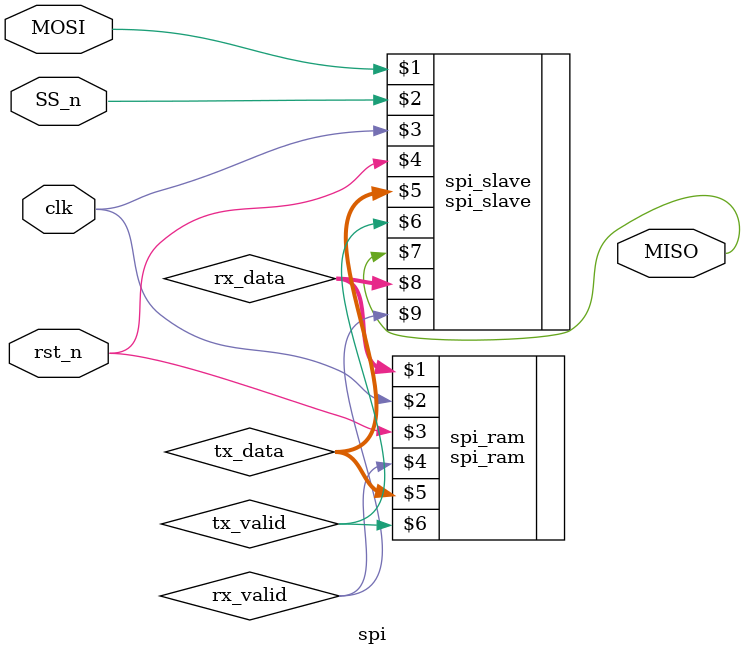
<source format=v>
module spi #(parameter MEM_DEPTH=256, ADDR_SIZE=8)
	(
		input MOSI, SS_n, clk, rst_n,
		output MISO
		);

	wire [7:0] tx_data;
	wire tx_valid;
	wire [9:0] rx_data;
	wire rx_valid;
	spi_slave spi_slave (MOSI, SS_n, clk, rst_n, tx_data, tx_valid, MISO, rx_data, rx_valid);
	spi_ram #(MEM_DEPTH, ADDR_SIZE) spi_ram (rx_data, clk, rst_n, rx_valid, tx_data, tx_valid);

endmodule : spi	


</source>
